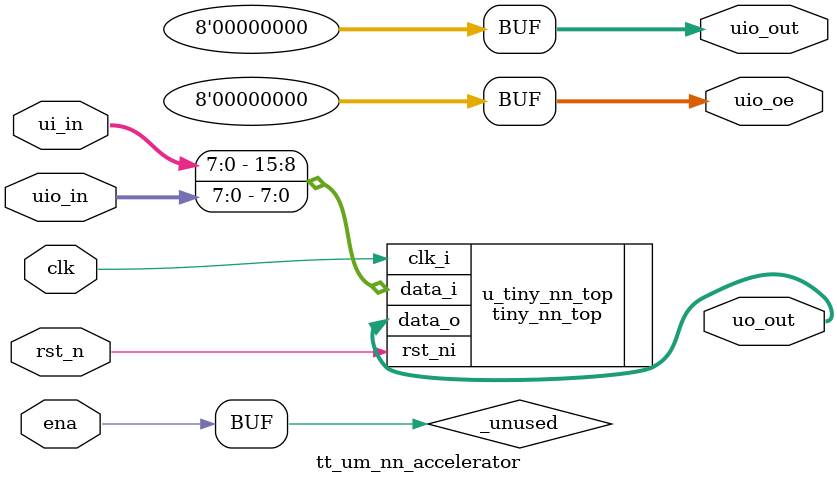
<source format=v>
/*
 * Copyright (c) 2024 Your Name
 * SPDX-License-Identifier: Apache-2.0
 */

`default_nettype none

module tt_um_nn_accelerator (
    input  wire [7:0] ui_in,    // Dedicated inputs
    output wire [7:0] uo_out,   // Dedicated outputs
    input  wire [7:0] uio_in,   // IOs: Input path
    output wire [7:0] uio_out,  // IOs: Output path
    output wire [7:0] uio_oe,   // IOs: Enable path (active high: 0=input, 1=output)
    input  wire       ena,      // always 1 when the design is powered, so you can ignore it
    input  wire       clk,      // clock
    input  wire       rst_n     // reset_n - low to reset
);
  tiny_nn_top u_tiny_nn_top (
    .clk_i(clk),
    .rst_ni(rst_n),
    .data_i({ui_in, uio_in}),
    .data_o(uo_out)
  );

  assign uio_out = 8'b0;
  assign uio_oe  = 8'b0;

  // List all unused inputs to prevent warnings
  wire _unused = &{ena};
endmodule

</source>
